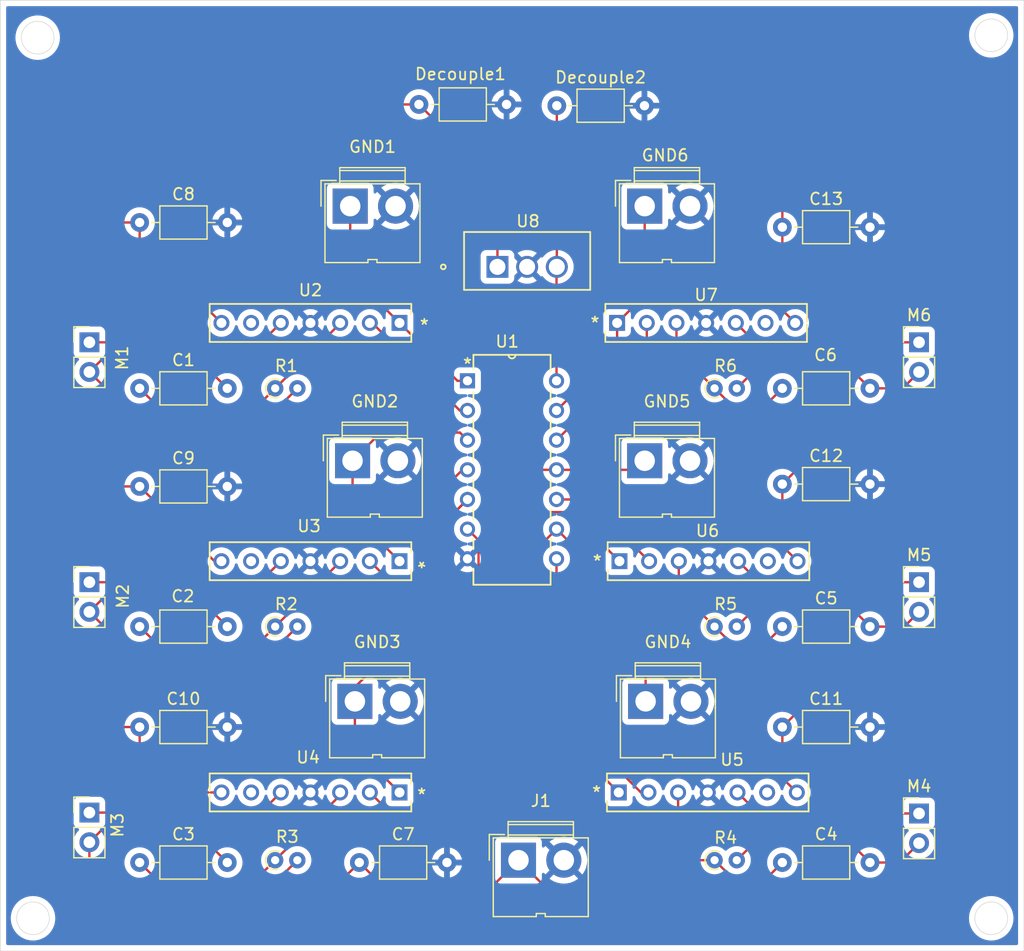
<source format=kicad_pcb>
(kicad_pcb
	(version 20241229)
	(generator "pcbnew")
	(generator_version "9.0")
	(general
		(thickness 1.6)
		(legacy_teardrops no)
	)
	(paper "A4")
	(layers
		(0 "F.Cu" signal)
		(2 "B.Cu" signal)
		(9 "F.Adhes" user "F.Adhesive")
		(11 "B.Adhes" user "B.Adhesive")
		(13 "F.Paste" user)
		(15 "B.Paste" user)
		(5 "F.SilkS" user "F.Silkscreen")
		(7 "B.SilkS" user "B.Silkscreen")
		(1 "F.Mask" user)
		(3 "B.Mask" user)
		(17 "Dwgs.User" user "User.Drawings")
		(19 "Cmts.User" user "User.Comments")
		(21 "Eco1.User" user "User.Eco1")
		(23 "Eco2.User" user "User.Eco2")
		(25 "Edge.Cuts" user)
		(27 "Margin" user)
		(31 "F.CrtYd" user "F.Courtyard")
		(29 "B.CrtYd" user "B.Courtyard")
		(35 "F.Fab" user)
		(33 "B.Fab" user)
		(39 "User.1" user)
		(41 "User.2" user)
		(43 "User.3" user)
		(45 "User.4" user)
		(47 "User.5" user)
		(49 "User.6" user)
		(51 "User.7" user)
		(53 "User.8" user)
		(55 "User.9" user)
	)
	(setup
		(pad_to_mask_clearance 0)
		(allow_soldermask_bridges_in_footprints no)
		(tenting front back)
		(pcbplotparams
			(layerselection 0x00000000_00000000_55555555_5755f5ff)
			(plot_on_all_layers_selection 0x00000000_00000000_00000000_00000000)
			(disableapertmacros no)
			(usegerberextensions no)
			(usegerberattributes yes)
			(usegerberadvancedattributes yes)
			(creategerberjobfile yes)
			(dashed_line_dash_ratio 12.000000)
			(dashed_line_gap_ratio 3.000000)
			(svgprecision 4)
			(plotframeref no)
			(mode 1)
			(useauxorigin no)
			(hpglpennumber 1)
			(hpglpenspeed 20)
			(hpglpendiameter 15.000000)
			(pdf_front_fp_property_popups yes)
			(pdf_back_fp_property_popups yes)
			(pdf_metadata yes)
			(pdf_single_document no)
			(dxfpolygonmode yes)
			(dxfimperialunits yes)
			(dxfusepcbnewfont yes)
			(psnegative no)
			(psa4output no)
			(plot_black_and_white yes)
			(sketchpadsonfab no)
			(plotpadnumbers no)
			(hidednponfab no)
			(sketchdnponfab yes)
			(crossoutdnponfab yes)
			(subtractmaskfromsilk no)
			(outputformat 1)
			(mirror no)
			(drillshape 1)
			(scaleselection 1)
			(outputdirectory "")
		)
	)
	(net 0 "")
	(net 1 "Net-(U3-OUT1)")
	(net 2 "Net-(M1--)")
	(net 3 "Net-(M1-+)")
	(net 4 "Net-(M2--)")
	(net 5 "Net-(U4-OUT1)")
	(net 6 "Net-(U2-OUT1)")
	(net 7 "Net-(M3--)")
	(net 8 "Net-(M4--)")
	(net 9 "Net-(U5-OUT1)")
	(net 10 "Net-(U1-G=*A)")
	(net 11 "Net-(M5--)")
	(net 12 "Net-(U6-OUT1)")
	(net 13 "Net-(M6--)")
	(net 14 "VDD")
	(net 15 "unconnected-(U3-NC-Pad6)")
	(net 16 "GND")
	(net 17 "Net-(U7-OUT1)")
	(net 18 "Net-(M2-+)")
	(net 19 "Net-(M3-+)")
	(net 20 "Net-(M4-+)")
	(net 21 "Net-(M5-+)")
	(net 22 "Net-(M6-+)")
	(net 23 "Net-(GND1-Pin_1)")
	(net 24 "Net-(U1-K=*E)")
	(net 25 "Net-(U1-L=*F)")
	(net 26 "Net-(GND2-Pin_1)")
	(net 27 "Net-(GND3-Pin_1)")
	(net 28 "Net-(U1-J=*D)")
	(net 29 "Net-(U1-H=*B)")
	(net 30 "Net-(GND4-Pin_1)")
	(net 31 "Net-(GND5-Pin_1)")
	(net 32 "Net-(U1-I=*C)")
	(net 33 "Net-(GND6-Pin_1)")
	(net 34 "unconnected-(U2-NC-Pad6)")
	(net 35 "unconnected-(U4-NC-Pad6)")
	(net 36 "unconnected-(U5-NC-Pad6)")
	(net 37 "unconnected-(U6-NC-Pad6)")
	(net 38 "unconnected-(U7-NC-Pad6)")
	(net 39 "Net-(U1-VDD)")
	(footprint "Connector:JWT_A3963_1x02_P3.96mm_Vertical" (layer "F.Cu") (at 150.32 98))
	(footprint "Resistor_THT:R_Axial_DIN0204_L3.6mm_D1.6mm_P1.90mm_Vertical" (layer "F.Cu") (at 143.7 91.8))
	(footprint "Connector_PinHeader_2.54mm:PinHeader_1x02_P2.54mm_Vertical" (layer "F.Cu") (at 198.8 108.4))
	(footprint "H-bridge:HSIP7-P-2p54A_TOS" (layer "F.Cu") (at 154.34 126.4 180))
	(footprint "Connector_PinHeader_2.54mm:PinHeader_1x02_P2.54mm_Vertical" (layer "F.Cu") (at 127.8 128.125))
	(footprint "Resistor_THT:R_Axial_DIN0204_L3.6mm_D1.6mm_P1.90mm_Vertical" (layer "F.Cu") (at 181.3 132.2))
	(footprint "Capacitor_THT:C_Axial_L3.8mm_D2.6mm_P7.50mm_Horizontal" (layer "F.Cu") (at 187.1 91.8))
	(footprint "Inverter:N14" (layer "F.Cu") (at 167.775 106.395))
	(footprint "Capacitor_THT:C_Axial_L3.8mm_D2.6mm_P7.50mm_Horizontal" (layer "F.Cu") (at 132.1 120.8))
	(footprint "Resistor_THT:R_Axial_DIN0204_L3.6mm_D1.6mm_P1.90mm_Vertical" (layer "F.Cu") (at 143.695 132.2))
	(footprint "Connector_PinHeader_2.54mm:PinHeader_1x02_P2.54mm_Vertical" (layer "F.Cu") (at 127.8 108.4))
	(footprint "Connector_PinHeader_2.54mm:PinHeader_1x02_P2.54mm_Vertical" (layer "F.Cu") (at 127.8 87.86))
	(footprint "Capacitor_THT:C_Axial_L3.8mm_D2.6mm_P7.50mm_Horizontal" (layer "F.Cu") (at 132.1 112.2))
	(footprint "Capacitor_THT:C_Axial_L3.8mm_D2.6mm_P7.50mm_Horizontal" (layer "F.Cu") (at 156 67.492))
	(footprint "Capacitor_THT:C_Axial_L3.8mm_D2.6mm_P7.50mm_Horizontal" (layer "F.Cu") (at 132.1 132.4))
	(footprint "H-bridge:HSIP7-P-2p54A_TOS" (layer "F.Cu") (at 172.96 86.2))
	(footprint "Connector:JWT_A3963_1x02_P3.96mm_Vertical" (layer "F.Cu") (at 150.52 118.6))
	(footprint "Connector_PinHeader_2.54mm:PinHeader_1x02_P2.54mm_Vertical" (layer "F.Cu") (at 198.8 128.2))
	(footprint "Resistor_THT:R_Axial_DIN0204_L3.6mm_D1.6mm_P1.90mm_Vertical" (layer "F.Cu") (at 143.7 112.2))
	(footprint "Capacitor_THT:C_Axial_L3.8mm_D2.6mm_P7.50mm_Horizontal" (layer "F.Cu") (at 187.1 120.8))
	(footprint "Capacitor_THT:C_Axial_L3.8mm_D2.6mm_P7.50mm_Horizontal" (layer "F.Cu") (at 187.1 132.4))
	(footprint "Capacitor_THT:C_Axial_L3.8mm_D2.6mm_P7.50mm_Horizontal" (layer "F.Cu") (at 187.1 112.2))
	(footprint "Capacitor_THT:C_Axial_L3.8mm_D2.6mm_P7.50mm_Horizontal" (layer "F.Cu") (at 167.8 67.6))
	(footprint "Resistor_THT:R_Axial_DIN0204_L3.6mm_D1.6mm_P1.90mm_Vertical" (layer "F.Cu") (at 181.3 112.2))
	(footprint "Capacitor_THT:C_Axial_L3.8mm_D2.6mm_P7.50mm_Horizontal" (layer "F.Cu") (at 150.9 132.4))
	(footprint "H-bridge:HSIP7-P-2p54A_TOS" (layer "F.Cu") (at 154.34 86.2 180))
	(footprint "Connector:JWT_A3963_1x02_P3.96mm_Vertical" (layer "F.Cu") (at 164.52 132.2))
	(footprint "Regulator:T03B_TEX" (layer "F.Cu") (at 162.72 81.4))
	(footprint "H-bridge:HSIP7-P-2p54A_TOS" (layer "F.Cu") (at 154.34 106.6 180))
	(footprint "H-bridge:HSIP7-P-2p54A_TOS" (layer "F.Cu") (at 173.16 106.6))
	(footprint "Connector:JWT_A3963_1x02_P3.96mm_Vertical" (layer "F.Cu") (at 150.12 76.2))
	(footprint "Connector:JWT_A3963_1x02_P3.96mm_Vertical"
		(layer "F.Cu")
		(uuid "bca0f24d-6847-4bf4-8055-93369a8dbff8")
		(at 175.32 98)
		(descr "JWT A3963, 3.96mm pitch Pin head connector (http://www.jwt.com.tw/pro_pdf/A3963.pdf)")
		(tags "connector JWT A3963 pinhead")
		(property "Reference" "GND5"
			(at 1.91 -5.08 0)
			(layer "F.SilkS")
			(uuid "08ef9a64-6c70-49dd-b63a-1387cea87700")
			(effects
				(font
					(size 1 1)
					(thickness 0.15)
				)
			)
		)
		(property "Value" "TTL Input (E)"
			(at 1.91 6.35 0)
			(layer "F.Fab")
			(uuid "6d0d3d5a-8c5b-4fae-a2ee-38a70b8f5f59")
			(effects
				(font
					(size 1 1)
					(thickness 0.15)
				)
			)
		)
		(property "Datasheet" ""
			(at 0 0 0)
			(unlocked yes)
			(layer "F.Fab")
			(hide yes)
			(uuid "15830b48-9da6-43eb-b339-ef028e08faac")
			(effects
				(font
					(size 1.27 1.27)
					(thickness 0.15)
				)
			)
		)
		(property "Description" "Generic connector, single row, 01x02, script generated (kicad-library-utils/schlib/autogen/connector/)"
			(at 0 0 0)
			(unlocked yes)
			(layer "F.Fab")
			(hide yes)
			(uuid "2ccc45cf-a3a8-45f3-9afa-1b9474824d4c")
			(effects
				(font
					(size 1.27 1.27)
					(thickness 0.15)
				)
			)
		)
		(property ki_fp_filters "Connector*:*_1x??_*")
		(path "/696a8fd1-ad3b-48e1-b265-04f935061809")
		(sheetname "Root")
		(sheetfile "Shutter PRB viewer.kicad_sch")
		(attr through_hole)
		(fp_line
			(start -2.5 -2.2)
			(end -2.5 0)
			(stroke
				(width 0.12)
				(type solid)
			)
			(layer "F.SilkS")
			(uuid "a45af27f-0613-4e16-8f3a-72866c3edf4a")
		)
		(fp_line
			(start -2.16 -1.91)
			(end -2.16 0)
			(stroke
				(width 0.12)
				(type solid)
			)
			(layer "F.SilkS")
			(uuid "c5574860-73dc-41bd-8d3b-98619c3410ea")
		)
		(fp_line
			(start -2.16 -1.91)
			(end 5.97 -1.91)
			(stroke
				(width 0.12)
				(type solid)
			)
			(layer "F.SilkS")
			(uuid "14bb4c50-d744-4e0a-b434-3f7278415635")
		)
		(fp_line
			(start -2.16 0)
			(end -2.16 4.83)
			(stroke
				(width 0.12)
				(type solid)
			)
			(layer "F.SilkS")
			(uuid "e235f16f-a251-4c0c-9a8a-f0887713185e")
		)
		(fp_line
			(start -1.2 -2.2)
			(end -2.5 -2.2)
			(stroke
				(width 0.12)
				(type solid)
			)
			(layer "F.SilkS")
			(uuid "2d01a40d-8197-485a-8eae-c753686ffc8f")
		)
		(fp_line
			(start -0.89 -3.3)
			(end 4.7 -3.3)
			(stroke
				(width 0.12)
				(type solid)
			)
			(layer "F.SilkS")
			(uuid "c464736c-9c94-4120-aa0c-f936ec4aa2bb")
		)
		(fp_line
			(start -0.89 -3.05)
			(end 4.7 -3.05)
			(stroke
				(width 0.12)
				(type solid)
			)
			(layer "F.SilkS")
			(uuid "f371a277-fba7-4d77-b256-29c86f37e2a5")
		)
		(fp_line
			(start -0.89 -2.16)
			(end 4.7 -2.16)
			(stroke
				(width 0.12)
				(type solid)
			)
			(layer "F.SilkS")
			(uuid "5eb21c34-a6a1-4ffa-95bc-e9f2ee22ee7f")
		)
		(fp_line
			(start -0.89 -1.91)
			(end -0.89 -3.3)
			(stroke
				(width 0.12)
				(type solid)
			)
			(layer "F.SilkS")
			(uuid "280c5132-942d-4dc5-aea8-c9041d1333fb")
		)
		(fp_line
			(start 1.52 4.57)
			(end 2.29 4.57)
			(stroke
				(width 0.12)
				(type solid)
			)
			(layer "F.SilkS")
			(uuid "fc591e07-8020-4e86-8eab-040ce3383ad4")
		)
		(fp_line
			(start 1.52 4.83)
			(end -2.16 4.83)
			(stroke
				(width 0.12)
				(type solid)
			)
			(layer "F.SilkS")
			(uuid "746cd992-0f37-4688-9d85-517f35e0728b")
		)
		(fp_line
			(start 1.52 4.83)
			(end 1.52 4.57)
			(stroke
				(width 0.12)
				(type solid)
			)
			(layer "F.SilkS")
			(uuid "61970dcb-270b-42c6-8158-4fb5dde61323")
		)
		(fp_line
			(start 2.29 4.57)
			(end 2.29 4.83)
			(stroke
				(width 0.12)
				(type solid)
			)
			(layer "F.SilkS")
			(uuid "2e962220-faed-4d1a-9a85-910f931cee0b")
		)
		(fp_line
			(start 2.29 4.83)
			(end 5.97 4.83)
			(stroke
				(width 0.12)
				(type solid)
			)
			(layer "F.SilkS")
			(uuid "a5cdef58-0a59-43d3-8790-8e4bccc16786")
		)
		(fp_line
			(start 4.7 -1.91)
			(end 4.7 -3.3)
			(stroke
				(width 0.12)
				(type solid)
			)
			(layer "F.SilkS")
			(uuid "1f26dc87-3a3f-4158-b0f8-0362a54c6711")
		)
		(fp_line
			(start 5.97 -1.91)
			(end 5.97 0)
			(stroke
				(width 0.12)
				(type solid)
			)
			(layer "F.SilkS")
			(uuid "4bdc1862-2bd1-48ff-bbae-037f714b3b67")
		)
		(fp_line
			(start 5.97 4.83)
			(end 5.97 0)
			(stroke
				(width 0.12)
				(type solid)
			)
			(layer "F.SilkS")
			(uuid "3be4deeb-a496-4893-b627-283ee451f901")
		)
		(fp_line
			(start -2.5 -3.55)
			(end 6.35 -3.55)
			(stroke
				(width 0.05)
				(type solid)
			)
			(layer "F.CrtYd")
			(uuid "f0c8a495-386f-4ed2-9f80-3bc9cda153b6")
		)
		(fp_line
			(start -2.5 5.05)
			(end -2.5 -3.55)
			(stroke
				(width 0.05)
				(type solid)
			)
			(layer "F.CrtYd")
			(uuid "b60aba78-5d1c-4a1e-a192-d2c4c01de865")
		)
		(fp_line
			(start 6.35 -3.55)
			(end 6.35 5.05)
			(stroke
				(width 0.05)
				(type solid)
			)
			(layer "F.CrtYd")
			(uuid "918184c2-3d6a-4fb0-8e30-8b3a5940d4dc")
		)
		(fp_line
			(start 6.35 5.05)
			(end -2.5 5.05)
			(stroke
				(width 0.05)
				(type solid)
			)
			(layer "F.CrtYd")
			(uuid "8c3cb925-c09e-431c-829d-4f42221cd69e")
		)
		(fp_line
			(start -2.05 -1.8)
			(end 5.85 -1.8)
			(stroke
				(width 0.1)
				(type solid)
			)
			(layer "F.Fab")
			(uuid "f3204ec7-9a93-4aec-938a-6dd64e70c556")
		)
		(fp_line
			(start -2.05 4.7)
			(end -2.05 -1.8)
			(stroke
				(width 0.1)
				(type solid)
			)
			(layer "F.Fab")
			(uuid "da11f912-6e1e-4df0-8512-afa8ea204f6e")
		)
		(fp_line
			(start -1.25 -1.8)
			(end 0 -0.3)
			(stroke
				(width 0.1)
				(type solid)
			)
			(layer "F.Fab")
			(uuid "c074dd2d-0ef8-49ef-8a07-8165d5d7c285")
		)
		(fp_line
			(start -0.8 -3.2)
			(end 4.6 -3.2)
			(stroke
				(width 0.1)
				(type solid)
			)
			(layer "F.Fab")
			(uuid "07af5feb-88cf-4bcb-a90e-21e34fb359dd")
		)
		(fp_line
			(start -0.8 -1.8)
			(end -0.8 -3.2)
			(stroke
				(width 0.1)
				(type solid)
			)
			(layer "F.Fab")
			(uuid "6f16f561-a208-4327-bb6c-90e5d00ba157")
		)
		(fp_line
			(start 0 -0.3)
			(end 1.25 -1.8)
			(stroke
				(width 0.1)
				(type solid)
			)
			(layer "F.Fab")
			(uuid "f093be06-1b83-46fd-a359-3c72c5333767")
		)
		(fp_line
			(start 4.6 -3.2)
			(end 4.6 -1.8)
			(stroke
				(width 0.1)
				(type solid)
			)
			(layer "F.Fab")
			(uuid "b98be2ab-6a58-40f8-83cf-2f28570525b8")
		)
		(fp_line
			(start 5.85 -1.8)
			(end 5.85 4.7)
			(stroke
				(width 0.1)
				(type solid)
			)
			(layer "F.Fab")
			(uuid "ff3fdef7-96b3-4ab1-8171-357b4a016a4a")
		)
		(fp_line
			(start 5.85 4.7)
			(end -2.05 4.7)
			(stroke
				(width 0.1)
				(type solid)
			)
			(layer "F.Fab")
			(uuid "8258ca3c-d230-4936-9bc6-2787426a4835")
		)
		(fp_text user "${REFERENCE}"
			(at 2.2 3.7 0)
			(layer "F.Fab")
			(uuid "087492c2-acda-42e8-b606-49b7608522ab")
			(effects
				(font
					(size 1 1)
					(thickness 0.15)
				)
			)
		)
		(pad "1" thru_hole rect
			(at 0 0)
			(size 3 3)
			(drill 1.75)
			(layers "*.Cu" "*.Mask")
			(remove_unused_layers no)
			(net 31 "Net-(GND5-Pin_1)")
			(pinfunction "Pin_1")
			(pintype "passive")
			(uuid "74f50780-5005-4cdf-9ead-7e6f52ea488b")
		)
		(pad "2" thru_hole circle
			(at 3.88 0)
			(size 3 3)
			(drill 1.75)
			(layers "*.Cu" "*.Mask")
			(remove_unused_layers no)
			(net 16 "GND")
			(pinfunction "Pin_2")
			(pintype "passive")
			(uuid "d6374549-f487-43e7-83d0-c5bcde3076f9")
		)
		(embedded_fonts no)
		(model "${KICAD8_3DMODEL_DIR}/Connector.3dshapes/JWT_A3963_1x02_P3.96mm_Vertical.wrl"
			(offset
				(xyz 0 0 0)
			)
			(scale
				(xyz 1 1 1)
			)
			(rotate
				(xyz 0 0 0)
			)
	
... [309430 chars truncated]
</source>
